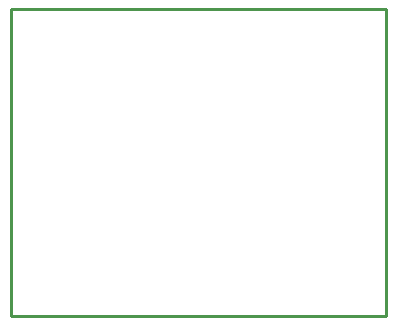
<source format=gbr>
G04 EAGLE Gerber RS-274X export*
G75*
%MOMM*%
%FSLAX34Y34*%
%LPD*%
%IN*%
%IPPOS*%
%AMOC8*
5,1,8,0,0,1.08239X$1,22.5*%
G01*
%ADD10C,0.254000*%


D10*
X0Y0D02*
X317500Y0D01*
X317500Y259400D01*
X0Y259400D01*
X0Y0D01*
M02*

</source>
